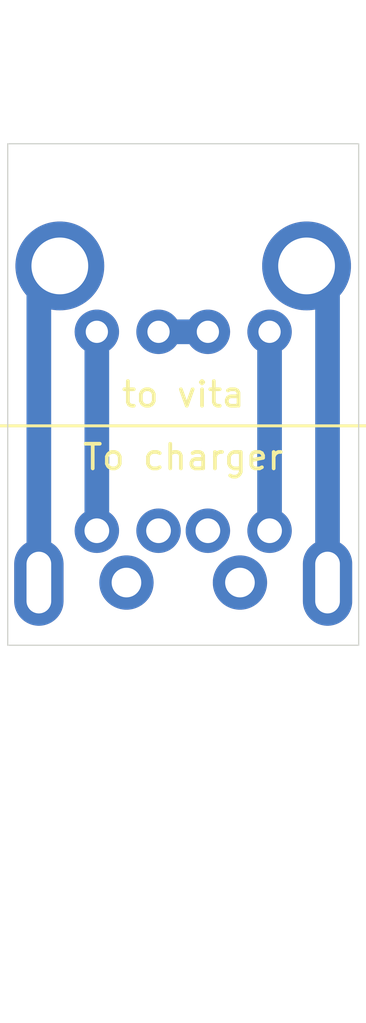
<source format=kicad_pcb>
(kicad_pcb (version 20171130) (host pcbnew 5.1.2-f72e74a~84~ubuntu18.04.1)

  (general
    (thickness 1.6)
    (drawings 5)
    (tracks 7)
    (zones 0)
    (modules 2)
    (nets 6)
  )

  (page USLetter)
  (layers
    (0 F.Cu power)
    (31 B.Cu signal)
    (33 F.Adhes user hide)
    (35 F.Paste user hide)
    (37 F.SilkS user hide)
    (39 F.Mask user)
    (40 Dwgs.User user)
    (41 Cmts.User user)
    (42 Eco1.User user)
    (43 Eco2.User user hide)
    (44 Edge.Cuts user)
    (45 Margin user hide)
    (46 B.CrtYd user hide)
    (47 F.CrtYd user)
    (49 F.Fab user hide)
  )

  (setup
    (last_trace_width 0.25)
    (trace_clearance 0.2)
    (zone_clearance 0.508)
    (zone_45_only no)
    (trace_min 0.2)
    (via_size 0.8)
    (via_drill 0.4)
    (via_min_size 0.4)
    (via_min_drill 0.3)
    (uvia_size 0.3)
    (uvia_drill 0.1)
    (uvias_allowed no)
    (uvia_min_size 0.2)
    (uvia_min_drill 0.1)
    (edge_width 0.05)
    (segment_width 0.2)
    (pcb_text_width 0.3)
    (pcb_text_size 1.5 1.5)
    (mod_edge_width 0.12)
    (mod_text_size 1 1)
    (mod_text_width 0.15)
    (pad_size 1.524 1.524)
    (pad_drill 0.762)
    (pad_to_mask_clearance 0.051)
    (solder_mask_min_width 0.25)
    (aux_axis_origin 0 0)
    (visible_elements FFFFFF7F)
    (pcbplotparams
      (layerselection 0x010fc_ffffffff)
      (usegerberextensions false)
      (usegerberattributes false)
      (usegerberadvancedattributes false)
      (creategerberjobfile false)
      (excludeedgelayer true)
      (linewidth 0.100000)
      (plotframeref false)
      (viasonmask false)
      (mode 1)
      (useauxorigin false)
      (hpglpennumber 1)
      (hpglpenspeed 20)
      (hpglpendiameter 15.000000)
      (psnegative false)
      (psa4output false)
      (plotreference true)
      (plotvalue true)
      (plotinvisibletext false)
      (padsonsilk false)
      (subtractmaskfromsilk false)
      (outputformat 1)
      (mirror false)
      (drillshape 1)
      (scaleselection 1)
      (outputdirectory ""))
  )

  (net 0 "")
  (net 1 "Net-(J1-Pad4)")
  (net 2 "Net-(J1-Pad2)")
  (net 3 "Net-(J1-Pad1)")
  (net 4 "Net-(J2-Pad2)")
  (net 5 "Net-(J2-Pad3)")

  (net_class Default "This is the default net class."
    (clearance 0.2)
    (trace_width 0.25)
    (via_dia 0.8)
    (via_drill 0.4)
    (uvia_dia 0.3)
    (uvia_drill 0.1)
    (add_net "Net-(J1-Pad1)")
    (add_net "Net-(J1-Pad2)")
    (add_net "Net-(J1-Pad4)")
    (add_net "Net-(J2-Pad2)")
    (add_net "Net-(J2-Pad3)")
  )

  (module usb-connectors:CUI_UJ2-AH-4-TH (layer F.Cu) (tedit 5CEB7D50) (tstamp 5CEBC8AB)
    (at 86.05 26.67 180)
    (path /5CEC59E3)
    (fp_text reference J1 (at -1.36203 -2.53878) (layer F.SilkS) hide
      (effects (font (size 1.00149 1.00149) (thickness 0.05)))
    )
    (fp_text value "to vita" (at 3.5 -2.54) (layer F.SilkS)
      (effects (font (size 1.00187 1.00187) (thickness 0.15)))
    )
    (fp_circle (center 0 0) (end 0.2 0) (layer Eco2.User) (width 0.4))
    (fp_line (start -3.9 13.42) (end -3.9 -1.68) (layer Eco1.User) (width 0.05))
    (fp_line (start 10.9 13.42) (end -3.9 13.42) (layer Eco1.User) (width 0.05))
    (fp_line (start 10.9 -1.68) (end 10.9 13.42) (layer Eco1.User) (width 0.05))
    (fp_line (start -3.9 -1.68) (end 10.9 -1.68) (layer Eco1.User) (width 0.05))
    (pad SH2 thru_hole circle (at 8.5 2.67 180) (size 3.6 3.6) (drill 2.3) (layers *.Mask B.Cu))
    (pad SH1 thru_hole circle (at -1.5 2.67 180) (size 3.6 3.6) (drill 2.3) (layers *.Mask B.Cu))
    (pad 4 thru_hole circle (at 7 0 180) (size 1.8 1.8) (drill 0.9) (layers *.Mask B.Cu)
      (net 1 "Net-(J1-Pad4)"))
    (pad 3 thru_hole circle (at 4.5 0 180) (size 1.8 1.8) (drill 0.9) (layers *.Mask B.Cu)
      (net 2 "Net-(J1-Pad2)"))
    (pad 2 thru_hole circle (at 2.5 0 180) (size 1.8 1.8) (drill 0.9) (layers *.Mask B.Cu)
      (net 2 "Net-(J1-Pad2)"))
    (pad 1 thru_hole circle (at 0 0 180) (size 1.8 1.8) (drill 0.9) (layers *.Mask B.Cu)
      (net 3 "Net-(J1-Pad1)"))
  )

  (module usb-connectors:CUI_UP2-AH-1-TH (layer F.Cu) (tedit 5CEB7C1E) (tstamp 5CEBC8C7)
    (at 82.55 36.83)
    (descr http://www.cui.com/product/resource/up2-ah-th.pdf)
    (path /5CEBB7C8)
    (fp_text reference J2 (at 0 7.62) (layer F.SilkS) hide
      (effects (font (size 1 1) (thickness 0.15)))
    )
    (fp_text value "To charger" (at 0 -5.08) (layer F.SilkS)
      (effects (font (size 1 1) (thickness 0.15)))
    )
    (fp_line (start -7.1 2.9) (end 7.1 2.9) (layer F.CrtYd) (width 0.05))
    (fp_line (start 7.1 2.9) (end 7.1 -3.25) (layer F.CrtYd) (width 0.05))
    (fp_line (start -7.1 2.9) (end -7.1 -3.25) (layer F.CrtYd) (width 0.05))
    (fp_line (start -7.1 -3.25) (end 7.1 -3.25) (layer F.CrtYd) (width 0.05))
    (fp_line (start -6 -1) (end -6 17.8) (layer F.Fab) (width 0.1))
    (fp_line (start 6 -1) (end 6 17.8) (layer F.Fab) (width 0.1))
    (fp_line (start -6 17.8) (end 6 17.8) (layer F.Fab) (width 0.1))
    (fp_line (start -6 -1) (end 6 -1) (layer F.Fab) (width 0.1))
    (pad 1 thru_hole circle (at 3.5 -2.1) (size 1.8 1.8) (drill 1) (layers *.Mask B.Cu)
      (net 3 "Net-(J1-Pad1)"))
    (pad 2 thru_hole circle (at 1 -2.1) (size 1.8 1.8) (drill 1) (layers *.Mask B.Cu)
      (net 4 "Net-(J2-Pad2)"))
    (pad 3 thru_hole circle (at -1 -2.1) (size 1.8 1.8) (drill 1) (layers *.Mask B.Cu)
      (net 5 "Net-(J2-Pad3)"))
    (pad 4 thru_hole circle (at -3.5 -2.1) (size 1.8 1.8) (drill 1) (layers *.Mask B.Cu)
      (net 1 "Net-(J1-Pad4)"))
    (pad SH thru_hole circle (at 2.3 0) (size 2.2 2.2) (drill 1.2) (layers *.Mask B.Cu))
    (pad SH thru_hole circle (at -2.3 0) (size 2.2 2.2) (drill 1.2) (layers *.Mask B.Cu))
    (pad SH thru_hole oval (at 5.85 0) (size 2 3.5) (drill oval 1 2.5) (layers *.Mask B.Cu))
    (pad SH thru_hole oval (at -5.85 0) (size 2 3.5) (drill oval 1 2.5) (layers *.Mask B.Cu))
  )

  (gr_line (start 74.93 30.48) (end 90.17 30.48) (layer F.SilkS) (width 0.12))
  (gr_line (start 75.438 19.05) (end 75.438 39.37) (layer Edge.Cuts) (width 0.05) (tstamp 5CEBDB9F))
  (gr_line (start 89.662 19.05) (end 89.662 39.37) (layer Edge.Cuts) (width 0.05) (tstamp 5CEBDB9E))
  (gr_line (start 75.438 19.05) (end 89.662 19.05) (layer Edge.Cuts) (width 0.05))
  (gr_line (start 75.438 39.37) (end 89.662 39.37) (layer Edge.Cuts) (width 0.05))

  (segment (start 88.4 24.85) (end 87.55 24) (width 0.25) (layer B.Cu) (net 0))
  (segment (start 88.4 36.83) (end 88.4 24.85) (width 1) (layer B.Cu) (net 0))
  (segment (start 76.7 24.85) (end 77.55 24) (width 0.25) (layer B.Cu) (net 0))
  (segment (start 76.7 36.83) (end 76.7 24.85) (width 1) (layer B.Cu) (net 0))
  (segment (start 79.05 26.67) (end 79.05 34.73) (width 1) (layer B.Cu) (net 1))
  (segment (start 81.55 26.67) (end 83.55 26.67) (width 1) (layer B.Cu) (net 2))
  (segment (start 86.05 34.73) (end 86.05 26.67) (width 1) (layer B.Cu) (net 3))

)

</source>
